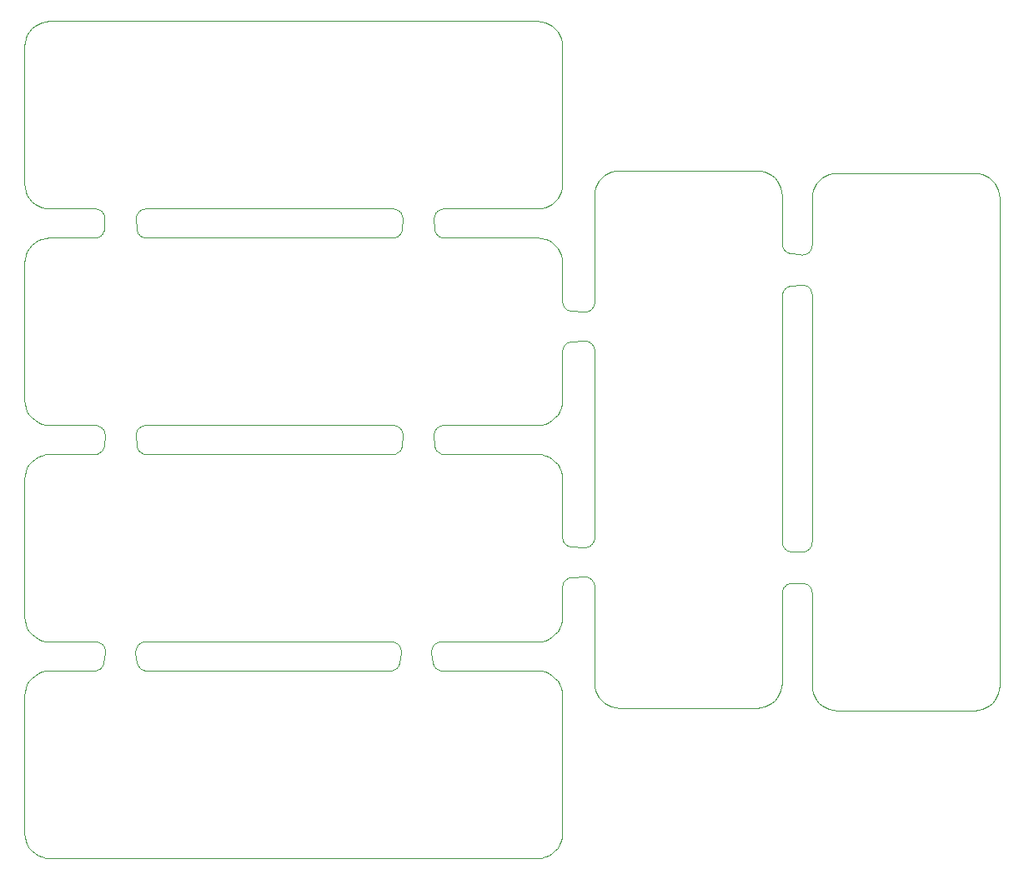
<source format=gko>
%MOIN*%
%OFA0B0*%
%FSLAX44Y44*%
%IPPOS*%
%LPD*%
%ADD10C,0*%
D10*
X00004853Y00025984D02*
X00004853Y00025984D01*
X00014720Y00025984D01*
X00014752Y00025982D01*
X00014783Y00025979D01*
X00014814Y00025972D01*
X00014844Y00025964D01*
X00014874Y00025953D01*
X00014902Y00025939D01*
X00014930Y00025923D01*
X00014956Y00025906D01*
X00014980Y00025886D01*
X00015003Y00025864D01*
X00015024Y00025840D01*
X00015043Y00025815D01*
X00015060Y00025789D01*
X00015075Y00025761D01*
X00015088Y00025732D01*
X00015098Y00025702D01*
X00015106Y00025672D01*
X00015111Y00025640D01*
X00015114Y00025609D01*
X00015114Y00025578D01*
X00015102Y00025204D01*
X00015100Y00025173D01*
X00015095Y00025143D01*
X00015089Y00025114D01*
X00015080Y00025085D01*
X00015069Y00025057D01*
X00015055Y00025030D01*
X00015040Y00025003D01*
X00015023Y00024979D01*
X00015003Y00024955D01*
X00014982Y00024933D01*
X00014960Y00024913D01*
X00014936Y00024895D01*
X00014910Y00024878D01*
X00014884Y00024864D01*
X00014856Y00024851D01*
X00014828Y00024841D01*
X00014799Y00024833D01*
X00014769Y00024827D01*
X00014739Y00024823D01*
X00014709Y00024822D01*
X00004871Y00024822D01*
X00004841Y00024823D01*
X00004811Y00024827D01*
X00004782Y00024833D01*
X00004753Y00024840D01*
X00004725Y00024851D01*
X00004697Y00024863D01*
X00004671Y00024877D01*
X00004646Y00024893D01*
X00004622Y00024911D01*
X00004599Y00024931D01*
X00004579Y00024953D01*
X00004559Y00024976D01*
X00004542Y00025000D01*
X00004526Y00025026D01*
X00004513Y00025053D01*
X00004502Y00025080D01*
X00004492Y00025109D01*
X00004485Y00025138D01*
X00004480Y00025168D01*
X00004478Y00025197D01*
X00004460Y00025571D01*
X00004460Y00025603D01*
X00004462Y00025635D01*
X00004467Y00025667D01*
X00004475Y00025697D01*
X00004485Y00025728D01*
X00004497Y00025757D01*
X00004512Y00025785D01*
X00004529Y00025812D01*
X00004548Y00025838D01*
X00004569Y00025862D01*
X00004591Y00025884D01*
X00004616Y00025904D01*
X00004642Y00025922D01*
X00004670Y00025938D01*
X00004699Y00025952D01*
X00004728Y00025963D01*
X00004759Y00025972D01*
X00004790Y00025979D01*
X00004822Y00025982D01*
X00004853Y00025984D01*
X00022783Y00020303D02*
X00022783Y00020303D01*
X00022783Y00012831D01*
X00022782Y00012799D01*
X00022778Y00012768D01*
X00022772Y00012737D01*
X00022763Y00012706D01*
X00022751Y00012677D01*
X00022738Y00012648D01*
X00022722Y00012621D01*
X00022704Y00012594D01*
X00022684Y00012570D01*
X00022662Y00012547D01*
X00022638Y00012526D01*
X00022613Y00012507D01*
X00022586Y00012490D01*
X00022558Y00012475D01*
X00022529Y00012463D01*
X00022499Y00012453D01*
X00022468Y00012445D01*
X00022436Y00012440D01*
X00022405Y00012438D01*
X00022373Y00012438D01*
X00021877Y00012458D01*
X00021847Y00012460D01*
X00021817Y00012465D01*
X00021788Y00012472D01*
X00021759Y00012481D01*
X00021731Y00012493D01*
X00021704Y00012506D01*
X00021679Y00012521D01*
X00021654Y00012539D01*
X00021631Y00012558D01*
X00021609Y00012579D01*
X00021589Y00012601D01*
X00021571Y00012625D01*
X00021555Y00012651D01*
X00021540Y00012677D01*
X00021528Y00012705D01*
X00021518Y00012733D01*
X00021510Y00012762D01*
X00021504Y00012791D01*
X00021501Y00012821D01*
X00021499Y00012851D01*
X00021499Y00015161D01*
X00021487Y00015317D01*
X00021451Y00015470D01*
X00021391Y00015615D01*
X00021309Y00015749D01*
X00021207Y00015868D01*
X00021087Y00015970D01*
X00020953Y00016052D01*
X00020809Y00016112D01*
X00020656Y00016149D01*
X00020499Y00016161D01*
X00020499Y00016161D01*
X00016783Y00016161D01*
X00016754Y00016162D01*
X00016724Y00016165D01*
X00016695Y00016171D01*
X00016666Y00016179D01*
X00016638Y00016188D01*
X00016611Y00016200D01*
X00016585Y00016214D01*
X00016560Y00016230D01*
X00016536Y00016248D01*
X00016514Y00016267D01*
X00016493Y00016288D01*
X00016474Y00016311D01*
X00016456Y00016335D01*
X00016441Y00016360D01*
X00016427Y00016386D01*
X00016416Y00016414D01*
X00016406Y00016442D01*
X00016399Y00016470D01*
X00016393Y00016500D01*
X00016390Y00016529D01*
X00016366Y00016903D01*
X00016365Y00016935D01*
X00016367Y00016967D01*
X00016372Y00016999D01*
X00016379Y00017031D01*
X00016388Y00017061D01*
X00016400Y00017091D01*
X00016415Y00017120D01*
X00016432Y00017147D01*
X00016451Y00017173D01*
X00016472Y00017198D01*
X00016495Y00017220D01*
X00016519Y00017241D01*
X00016546Y00017260D01*
X00016573Y00017276D01*
X00016602Y00017290D01*
X00016632Y00017301D01*
X00016663Y00017311D01*
X00016695Y00017317D01*
X00016727Y00017321D01*
X00016759Y00017322D01*
X00020499Y00017322D01*
X00020656Y00017335D01*
X00020809Y00017371D01*
X00020953Y00017431D01*
X00021087Y00017513D01*
X00021207Y00017615D01*
X00021309Y00017735D01*
X00021391Y00017868D01*
X00021451Y00018013D01*
X00021487Y00018166D01*
X00021499Y00018322D01*
X00021499Y00020271D01*
X00021501Y00020301D01*
X00021504Y00020330D01*
X00021510Y00020359D01*
X00021517Y00020388D01*
X00021527Y00020416D01*
X00021539Y00020443D01*
X00021553Y00020469D01*
X00021569Y00020494D01*
X00021587Y00020518D01*
X00021606Y00020540D01*
X00021627Y00020561D01*
X00021650Y00020580D01*
X00021674Y00020598D01*
X00021699Y00020613D01*
X00021725Y00020627D01*
X00021752Y00020639D01*
X00021781Y00020648D01*
X00021809Y00020656D01*
X00021838Y00020661D01*
X00021868Y00020664D01*
X00022364Y00020696D01*
X00022396Y00020696D01*
X00022428Y00020695D01*
X00022460Y00020690D01*
X00022492Y00020683D01*
X00022522Y00020673D01*
X00022552Y00020661D01*
X00022581Y00020647D01*
X00022608Y00020630D01*
X00022634Y00020611D01*
X00022659Y00020590D01*
X00022681Y00020567D01*
X00022702Y00020542D01*
X00022720Y00020516D01*
X00022737Y00020488D01*
X00022751Y00020459D01*
X00022762Y00020429D01*
X00022771Y00020398D01*
X00022778Y00020367D01*
X00022782Y00020335D01*
X00022783Y00020303D01*
X00030283Y00022500D02*
X00030283Y00022500D01*
X00030284Y00022529D01*
X00030287Y00022557D01*
X00030292Y00022585D01*
X00030299Y00022613D01*
X00030309Y00022640D01*
X00030320Y00022666D01*
X00030333Y00022692D01*
X00030348Y00022716D01*
X00030364Y00022740D01*
X00030382Y00022762D01*
X00030402Y00022782D01*
X00030423Y00022802D01*
X00030446Y00022819D01*
X00030470Y00022835D01*
X00030495Y00022849D01*
X00030520Y00022861D01*
X00030547Y00022872D01*
X00030574Y00022880D01*
X00030602Y00022887D01*
X00030631Y00022891D01*
X00031036Y00022939D01*
X00031069Y00022941D01*
X00031102Y00022941D01*
X00031136Y00022938D01*
X00031168Y00022932D01*
X00031200Y00022923D01*
X00031232Y00022912D01*
X00031262Y00022898D01*
X00031291Y00022882D01*
X00031318Y00022863D01*
X00031344Y00022842D01*
X00031368Y00022819D01*
X00031389Y00022794D01*
X00031409Y00022767D01*
X00031426Y00022739D01*
X00031441Y00022709D01*
X00031454Y00022678D01*
X00031463Y00022647D01*
X00031470Y00022614D01*
X00031474Y00022581D01*
X00031476Y00022548D01*
X00031476Y00012652D01*
X00031475Y00012621D01*
X00031471Y00012590D01*
X00031465Y00012560D01*
X00031457Y00012530D01*
X00031446Y00012501D01*
X00031433Y00012473D01*
X00031418Y00012446D01*
X00031400Y00012420D01*
X00031381Y00012396D01*
X00031360Y00012373D01*
X00031337Y00012352D01*
X00031313Y00012333D01*
X00031287Y00012316D01*
X00031260Y00012301D01*
X00031232Y00012288D01*
X00031203Y00012277D01*
X00031173Y00012269D01*
X00031142Y00012263D01*
X00031112Y00012259D01*
X00031081Y00012258D01*
X00030675Y00012260D01*
X00030644Y00012261D01*
X00030614Y00012265D01*
X00030583Y00012271D01*
X00030554Y00012280D01*
X00030525Y00012290D01*
X00030497Y00012303D01*
X00030470Y00012319D01*
X00030444Y00012336D01*
X00030420Y00012355D01*
X00030398Y00012376D01*
X00030377Y00012399D01*
X00030358Y00012423D01*
X00030341Y00012449D01*
X00030326Y00012475D01*
X00030313Y00012503D01*
X00030302Y00012532D01*
X00030294Y00012562D01*
X00030288Y00012592D01*
X00030284Y00012623D01*
X00030283Y00012654D01*
X00030283Y00022500D01*
X00004891Y00007499D02*
X00004891Y00007499D01*
X00004863Y00007500D01*
X00004835Y00007503D01*
X00004808Y00007508D01*
X00004781Y00007515D01*
X00004755Y00007524D01*
X00004729Y00007534D01*
X00004704Y00007547D01*
X00004680Y00007561D01*
X00004657Y00007576D01*
X00004635Y00007594D01*
X00004615Y00007612D01*
X00004596Y00007633D01*
X00004578Y00007654D01*
X00004562Y00007677D01*
X00004547Y00007700D01*
X00004535Y00007725D01*
X00004524Y00007751D01*
X00004515Y00007777D01*
X00004507Y00007804D01*
X00004502Y00007831D01*
X00004442Y00008205D01*
X00004438Y00008239D01*
X00004437Y00008273D01*
X00004439Y00008307D01*
X00004444Y00008340D01*
X00004452Y00008374D01*
X00004462Y00008406D01*
X00004476Y00008437D01*
X00004492Y00008467D01*
X00004510Y00008496D01*
X00004531Y00008523D01*
X00004554Y00008548D01*
X00004580Y00008570D01*
X00004607Y00008591D01*
X00004636Y00008609D01*
X00004666Y00008625D01*
X00004697Y00008638D01*
X00004730Y00008648D01*
X00004763Y00008655D01*
X00004797Y00008659D01*
X00004831Y00008661D01*
X00014662Y00008661D01*
X00014696Y00008659D01*
X00014730Y00008655D01*
X00014763Y00008648D01*
X00014796Y00008638D01*
X00014827Y00008625D01*
X00014858Y00008609D01*
X00014886Y00008591D01*
X00014913Y00008570D01*
X00014939Y00008548D01*
X00014962Y00008523D01*
X00014983Y00008496D01*
X00015001Y00008467D01*
X00015017Y00008437D01*
X00015031Y00008406D01*
X00015041Y00008374D01*
X00015049Y00008340D01*
X00015054Y00008307D01*
X00015056Y00008273D01*
X00015055Y00008239D01*
X00015051Y00008205D01*
X00014991Y00007831D01*
X00014986Y00007804D01*
X00014978Y00007777D01*
X00014969Y00007751D01*
X00014958Y00007725D01*
X00014946Y00007700D01*
X00014931Y00007677D01*
X00014915Y00007654D01*
X00014897Y00007633D01*
X00014878Y00007612D01*
X00014858Y00007594D01*
X00014836Y00007576D01*
X00014813Y00007561D01*
X00014789Y00007547D01*
X00014764Y00007534D01*
X00014738Y00007524D01*
X00014712Y00007515D01*
X00014685Y00007508D01*
X00014658Y00007503D01*
X00014630Y00007500D01*
X00014602Y00007499D01*
X00004891Y00007499D01*
X00004874Y00016161D02*
X00004874Y00016161D01*
X00004845Y00016162D01*
X00004815Y00016165D01*
X00004786Y00016171D01*
X00004758Y00016179D01*
X00004730Y00016188D01*
X00004702Y00016200D01*
X00004676Y00016214D01*
X00004651Y00016230D01*
X00004627Y00016248D01*
X00004605Y00016267D01*
X00004584Y00016288D01*
X00004565Y00016311D01*
X00004548Y00016335D01*
X00004532Y00016360D01*
X00004518Y00016386D01*
X00004507Y00016414D01*
X00004497Y00016442D01*
X00004490Y00016470D01*
X00004484Y00016500D01*
X00004481Y00016529D01*
X00004457Y00016903D01*
X00004456Y00016935D01*
X00004458Y00016967D01*
X00004463Y00016999D01*
X00004470Y00017031D01*
X00004479Y00017061D01*
X00004492Y00017091D01*
X00004506Y00017120D01*
X00004523Y00017147D01*
X00004542Y00017173D01*
X00004563Y00017198D01*
X00004586Y00017220D01*
X00004610Y00017241D01*
X00004637Y00017260D01*
X00004665Y00017276D01*
X00004694Y00017290D01*
X00004724Y00017301D01*
X00004754Y00017311D01*
X00004786Y00017317D01*
X00004818Y00017321D01*
X00004850Y00017322D01*
X00014727Y00017322D01*
X00014759Y00017321D01*
X00014791Y00017317D01*
X00014822Y00017311D01*
X00014853Y00017301D01*
X00014883Y00017290D01*
X00014912Y00017276D01*
X00014940Y00017260D01*
X00014966Y00017241D01*
X00014991Y00017220D01*
X00015014Y00017198D01*
X00015035Y00017173D01*
X00015054Y00017147D01*
X00015071Y00017120D01*
X00015085Y00017091D01*
X00015097Y00017061D01*
X00015107Y00017031D01*
X00015114Y00016999D01*
X00015119Y00016967D01*
X00015120Y00016935D01*
X00015120Y00016903D01*
X00015095Y00016529D01*
X00015092Y00016500D01*
X00015087Y00016470D01*
X00015080Y00016442D01*
X00015070Y00016414D01*
X00015059Y00016386D01*
X00015045Y00016360D01*
X00015029Y00016335D01*
X00015012Y00016311D01*
X00014993Y00016288D01*
X00014972Y00016267D01*
X00014949Y00016248D01*
X00014926Y00016230D01*
X00014901Y00016214D01*
X00014874Y00016200D01*
X00014847Y00016188D01*
X00014819Y00016179D01*
X00014791Y00016171D01*
X00014762Y00016165D01*
X00014732Y00016162D01*
X00014703Y00016161D01*
X00004874Y00016161D01*
X00002815Y00025984D02*
X00002815Y00025984D01*
X00002846Y00025982D01*
X00002878Y00025979D01*
X00002909Y00025972D01*
X00002940Y00025963D01*
X00002969Y00025952D01*
X00002998Y00025938D01*
X00003026Y00025922D01*
X00003052Y00025904D01*
X00003077Y00025884D01*
X00003099Y00025862D01*
X00003120Y00025838D01*
X00003139Y00025812D01*
X00003156Y00025785D01*
X00003171Y00025757D01*
X00003183Y00025728D01*
X00003193Y00025697D01*
X00003201Y00025667D01*
X00003206Y00025635D01*
X00003208Y00025603D01*
X00003208Y00025571D01*
X00003190Y00025197D01*
X00003188Y00025168D01*
X00003183Y00025138D01*
X00003176Y00025109D01*
X00003166Y00025080D01*
X00003155Y00025053D01*
X00003142Y00025026D01*
X00003126Y00025000D01*
X00003109Y00024976D01*
X00003089Y00024953D01*
X00003069Y00024931D01*
X00003046Y00024911D01*
X00003022Y00024893D01*
X00002997Y00024877D01*
X00002971Y00024863D01*
X00002943Y00024851D01*
X00002915Y00024840D01*
X00002886Y00024833D01*
X00002857Y00024827D01*
X00002827Y00024823D01*
X00002797Y00024822D01*
X00000999Y00024822D01*
X00000843Y00024810D01*
X00000690Y00024773D01*
X00000546Y00024713D01*
X00000412Y00024631D01*
X00000292Y00024529D01*
X00000190Y00024410D01*
X00000108Y00024276D01*
X00000048Y00024131D01*
X00000012Y00023979D01*
X00000000Y00023822D01*
X00000000Y00018322D01*
X00000012Y00018166D01*
X00000048Y00018013D01*
X00000108Y00017868D01*
X00000190Y00017735D01*
X00000292Y00017615D01*
X00000412Y00017513D01*
X00000546Y00017431D01*
X00000690Y00017371D01*
X00000843Y00017335D01*
X00000999Y00017322D01*
X00002818Y00017322D01*
X00002850Y00017321D01*
X00002882Y00017317D01*
X00002914Y00017311D01*
X00002944Y00017301D01*
X00002974Y00017290D01*
X00003003Y00017276D01*
X00003031Y00017260D01*
X00003058Y00017241D01*
X00003082Y00017220D01*
X00003105Y00017198D01*
X00003126Y00017173D01*
X00003145Y00017147D01*
X00003162Y00017120D01*
X00003176Y00017091D01*
X00003189Y00017061D01*
X00003198Y00017031D01*
X00003205Y00016999D01*
X00003210Y00016967D01*
X00003212Y00016935D01*
X00003211Y00016903D01*
X00003187Y00016529D01*
X00003184Y00016500D01*
X00003178Y00016470D01*
X00003171Y00016442D01*
X00003161Y00016414D01*
X00003150Y00016386D01*
X00003136Y00016360D01*
X00003120Y00016335D01*
X00003103Y00016311D01*
X00003084Y00016288D01*
X00003063Y00016267D01*
X00003041Y00016248D01*
X00003017Y00016230D01*
X00002992Y00016214D01*
X00002966Y00016200D01*
X00002938Y00016188D01*
X00002910Y00016179D01*
X00002882Y00016171D01*
X00002853Y00016165D01*
X00002823Y00016162D01*
X00002794Y00016161D01*
X00000999Y00016161D01*
X00000843Y00016149D01*
X00000690Y00016112D01*
X00000546Y00016052D01*
X00000412Y00015970D01*
X00000292Y00015868D01*
X00000190Y00015749D01*
X00000108Y00015615D01*
X00000048Y00015470D01*
X00000012Y00015317D01*
X00000000Y00015161D01*
X00000000Y00009661D01*
X00000012Y00009504D01*
X00000048Y00009352D01*
X00000108Y00009207D01*
X00000190Y00009073D01*
X00000292Y00008954D01*
X00000412Y00008852D01*
X00000546Y00008770D01*
X00000690Y00008710D01*
X00000843Y00008673D01*
X00000999Y00008661D01*
X00002837Y00008661D01*
X00002871Y00008659D01*
X00002905Y00008655D01*
X00002938Y00008648D01*
X00002971Y00008638D01*
X00003002Y00008625D01*
X00003033Y00008609D01*
X00003061Y00008591D01*
X00003088Y00008570D01*
X00003114Y00008548D01*
X00003137Y00008523D01*
X00003158Y00008496D01*
X00003176Y00008467D01*
X00003192Y00008437D01*
X00003206Y00008406D01*
X00003216Y00008374D01*
X00003224Y00008340D01*
X00003229Y00008307D01*
X00003231Y00008273D01*
X00003230Y00008239D01*
X00003226Y00008205D01*
X00003166Y00007831D01*
X00003161Y00007804D01*
X00003153Y00007777D01*
X00003144Y00007751D01*
X00003133Y00007725D01*
X00003121Y00007700D01*
X00003106Y00007677D01*
X00003090Y00007654D01*
X00003072Y00007633D01*
X00003053Y00007612D01*
X00003033Y00007594D01*
X00003011Y00007576D01*
X00002988Y00007561D01*
X00002964Y00007547D01*
X00002939Y00007534D01*
X00002913Y00007524D01*
X00002887Y00007515D01*
X00002860Y00007508D01*
X00002833Y00007503D01*
X00002805Y00007500D01*
X00002777Y00007499D01*
X00000999Y00007499D01*
X00000843Y00007487D01*
X00000690Y00007451D01*
X00000546Y00007391D01*
X00000412Y00007309D01*
X00000292Y00007207D01*
X00000190Y00007087D01*
X00000108Y00006953D01*
X00000048Y00006809D01*
X00000012Y00006656D01*
X00000000Y00006499D01*
X00000000Y00000999D01*
X00000012Y00000843D01*
X00000048Y00000690D01*
X00000108Y00000546D01*
X00000190Y00000412D01*
X00000292Y00000292D01*
X00000412Y00000190D01*
X00000546Y00000108D01*
X00000690Y00000048D01*
X00000843Y00000012D01*
X00000999Y00000000D01*
X00020499Y00000000D01*
X00020656Y00000012D01*
X00020809Y00000048D01*
X00020953Y00000108D01*
X00021087Y00000190D01*
X00021207Y00000292D01*
X00021309Y00000412D01*
X00021391Y00000546D01*
X00021451Y00000690D01*
X00021487Y00000843D01*
X00021499Y00000999D01*
X00021499Y00006499D01*
X00021487Y00006656D01*
X00021451Y00006809D01*
X00021391Y00006953D01*
X00021309Y00007087D01*
X00021207Y00007207D01*
X00021087Y00007309D01*
X00020953Y00007391D01*
X00020809Y00007451D01*
X00020656Y00007487D01*
X00020499Y00007500D01*
X00020499Y00007499D01*
X00016716Y00007499D01*
X00016688Y00007500D01*
X00016660Y00007503D01*
X00016633Y00007508D01*
X00016606Y00007515D01*
X00016580Y00007524D01*
X00016554Y00007534D01*
X00016529Y00007547D01*
X00016505Y00007561D01*
X00016482Y00007576D01*
X00016460Y00007594D01*
X00016440Y00007612D01*
X00016421Y00007633D01*
X00016403Y00007654D01*
X00016387Y00007677D01*
X00016372Y00007700D01*
X00016360Y00007725D01*
X00016349Y00007751D01*
X00016340Y00007777D01*
X00016332Y00007804D01*
X00016327Y00007831D01*
X00016267Y00008205D01*
X00016263Y00008239D01*
X00016262Y00008273D01*
X00016264Y00008307D01*
X00016269Y00008340D01*
X00016277Y00008374D01*
X00016287Y00008406D01*
X00016301Y00008437D01*
X00016317Y00008467D01*
X00016335Y00008496D01*
X00016356Y00008523D01*
X00016379Y00008548D01*
X00016405Y00008570D01*
X00016432Y00008591D01*
X00016461Y00008609D01*
X00016491Y00008625D01*
X00016522Y00008638D01*
X00016555Y00008648D01*
X00016588Y00008655D01*
X00016622Y00008659D01*
X00016656Y00008661D01*
X00020499Y00008661D01*
X00020656Y00008673D01*
X00020809Y00008710D01*
X00020953Y00008770D01*
X00021087Y00008852D01*
X00021207Y00008954D01*
X00021309Y00009073D01*
X00021391Y00009207D01*
X00021451Y00009352D01*
X00021487Y00009504D01*
X00021499Y00009661D01*
X00021499Y00010848D01*
X00021501Y00010878D01*
X00021504Y00010908D01*
X00021510Y00010938D01*
X00021518Y00010967D01*
X00021528Y00010995D01*
X00021540Y00011023D01*
X00021555Y00011049D01*
X00021571Y00011074D01*
X00021589Y00011098D01*
X00021609Y00011121D01*
X00021631Y00011142D01*
X00021654Y00011161D01*
X00021679Y00011178D01*
X00021704Y00011194D01*
X00021731Y00011207D01*
X00021759Y00011219D01*
X00021788Y00011228D01*
X00021817Y00011235D01*
X00021847Y00011239D01*
X00021877Y00011242D01*
X00022373Y00011262D01*
X00022405Y00011262D01*
X00022436Y00011260D01*
X00022468Y00011255D01*
X00022499Y00011247D01*
X00022529Y00011237D01*
X00022558Y00011224D01*
X00022586Y00011210D01*
X00022613Y00011193D01*
X00022638Y00011174D01*
X00022662Y00011153D01*
X00022684Y00011130D01*
X00022704Y00011105D01*
X00022722Y00011079D01*
X00022738Y00011052D01*
X00022751Y00011023D01*
X00022763Y00010993D01*
X00022772Y00010963D01*
X00022778Y00010932D01*
X00022782Y00010900D01*
X00022783Y00010869D01*
X00022783Y00007011D01*
X00022795Y00006855D01*
X00022832Y00006702D01*
X00022892Y00006557D01*
X00022974Y00006424D01*
X00023076Y00006304D01*
X00023195Y00006202D01*
X00023329Y00006120D01*
X00023474Y00006060D01*
X00023627Y00006024D01*
X00023783Y00006011D01*
X00029283Y00006011D01*
X00029439Y00006024D01*
X00029592Y00006060D01*
X00029737Y00006120D01*
X00029871Y00006202D01*
X00029990Y00006304D01*
X00030092Y00006424D01*
X00030174Y00006557D01*
X00030234Y00006702D01*
X00030271Y00006855D01*
X00030283Y00007011D01*
X00030283Y00010613D01*
X00030284Y00010644D01*
X00030288Y00010675D01*
X00030294Y00010705D01*
X00030302Y00010735D01*
X00030313Y00010763D01*
X00030326Y00010792D01*
X00030341Y00010818D01*
X00030358Y00010844D01*
X00030377Y00010868D01*
X00030398Y00010891D01*
X00030420Y00010912D01*
X00030444Y00010931D01*
X00030470Y00010948D01*
X00030497Y00010963D01*
X00030525Y00010976D01*
X00030554Y00010987D01*
X00030583Y00010996D01*
X00030614Y00011002D01*
X00030644Y00011006D01*
X00030675Y00011007D01*
X00031081Y00011009D01*
X00031112Y00011007D01*
X00031142Y00011004D01*
X00031173Y00010998D01*
X00031203Y00010990D01*
X00031232Y00010979D01*
X00031260Y00010966D01*
X00031287Y00010951D01*
X00031313Y00010934D01*
X00031337Y00010915D01*
X00031360Y00010894D01*
X00031381Y00010871D01*
X00031400Y00010847D01*
X00031418Y00010821D01*
X00031433Y00010794D01*
X00031446Y00010766D01*
X00031457Y00010737D01*
X00031465Y00010707D01*
X00031471Y00010677D01*
X00031475Y00010646D01*
X00031476Y00010615D01*
X00031476Y00006905D01*
X00031488Y00006749D01*
X00031525Y00006596D01*
X00031585Y00006451D01*
X00031667Y00006317D01*
X00031769Y00006198D01*
X00031888Y00006096D01*
X00032022Y00006014D01*
X00032167Y00005954D01*
X00032319Y00005917D01*
X00032476Y00005905D01*
X00037976Y00005905D01*
X00038132Y00005917D01*
X00038285Y00005954D01*
X00038430Y00006014D01*
X00038564Y00006096D01*
X00038683Y00006198D01*
X00038785Y00006317D01*
X00038867Y00006451D01*
X00038927Y00006596D01*
X00038964Y00006749D01*
X00038976Y00006905D01*
X00038976Y00026405D01*
X00038964Y00026561D01*
X00038927Y00026714D01*
X00038867Y00026859D01*
X00038785Y00026993D01*
X00038683Y00027112D01*
X00038564Y00027214D01*
X00038430Y00027296D01*
X00038285Y00027356D01*
X00038132Y00027393D01*
X00037976Y00027405D01*
X00032476Y00027405D01*
X00032319Y00027393D01*
X00032167Y00027356D01*
X00032022Y00027296D01*
X00031888Y00027214D01*
X00031769Y00027112D01*
X00031667Y00026993D01*
X00031585Y00026859D01*
X00031525Y00026714D01*
X00031488Y00026561D01*
X00031476Y00026405D01*
X00031476Y00026405D01*
X00031476Y00024537D01*
X00031474Y00024504D01*
X00031470Y00024471D01*
X00031463Y00024438D01*
X00031454Y00024406D01*
X00031441Y00024376D01*
X00031426Y00024346D01*
X00031409Y00024317D01*
X00031389Y00024291D01*
X00031368Y00024266D01*
X00031344Y00024243D01*
X00031318Y00024222D01*
X00031291Y00024203D01*
X00031262Y00024186D01*
X00031232Y00024173D01*
X00031200Y00024161D01*
X00031168Y00024153D01*
X00031136Y00024147D01*
X00031102Y00024144D01*
X00031069Y00024143D01*
X00031036Y00024146D01*
X00030631Y00024194D01*
X00030602Y00024198D01*
X00030574Y00024204D01*
X00030547Y00024213D01*
X00030520Y00024223D01*
X00030495Y00024235D01*
X00030470Y00024250D01*
X00030446Y00024266D01*
X00030423Y00024283D01*
X00030402Y00024302D01*
X00030382Y00024323D01*
X00030364Y00024345D01*
X00030348Y00024368D01*
X00030333Y00024393D01*
X00030320Y00024418D01*
X00030309Y00024445D01*
X00030299Y00024472D01*
X00030292Y00024499D01*
X00030287Y00024528D01*
X00030284Y00024556D01*
X00030283Y00024585D01*
X00030283Y00026511D01*
X00030271Y00026668D01*
X00030234Y00026820D01*
X00030174Y00026965D01*
X00030092Y00027099D01*
X00029990Y00027218D01*
X00029871Y00027320D01*
X00029737Y00027402D01*
X00029592Y00027462D01*
X00029439Y00027499D01*
X00029283Y00027511D01*
X00023783Y00027511D01*
X00023627Y00027499D01*
X00023474Y00027462D01*
X00023329Y00027402D01*
X00023195Y00027320D01*
X00023076Y00027218D01*
X00022974Y00027099D01*
X00022892Y00026965D01*
X00022832Y00026820D01*
X00022795Y00026668D01*
X00022783Y00026511D01*
X00022783Y00026511D01*
X00022783Y00022253D01*
X00022782Y00022221D01*
X00022778Y00022189D01*
X00022771Y00022158D01*
X00022762Y00022127D01*
X00022751Y00022097D01*
X00022737Y00022068D01*
X00022720Y00022040D01*
X00022702Y00022014D01*
X00022681Y00021989D01*
X00022659Y00021966D01*
X00022634Y00021945D01*
X00022608Y00021926D01*
X00022581Y00021909D01*
X00022552Y00021895D01*
X00022522Y00021883D01*
X00022492Y00021873D01*
X00022460Y00021866D01*
X00022428Y00021861D01*
X00022396Y00021860D01*
X00022364Y00021860D01*
X00021868Y00021892D01*
X00021838Y00021895D01*
X00021809Y00021900D01*
X00021781Y00021908D01*
X00021752Y00021917D01*
X00021725Y00021929D01*
X00021699Y00021943D01*
X00021674Y00021958D01*
X00021650Y00021976D01*
X00021627Y00021995D01*
X00021606Y00022016D01*
X00021587Y00022038D01*
X00021569Y00022062D01*
X00021553Y00022087D01*
X00021539Y00022113D01*
X00021527Y00022140D01*
X00021517Y00022168D01*
X00021510Y00022197D01*
X00021504Y00022226D01*
X00021501Y00022255D01*
X00021499Y00022285D01*
X00021499Y00023822D01*
X00021487Y00023979D01*
X00021451Y00024131D01*
X00021391Y00024276D01*
X00021309Y00024410D01*
X00021207Y00024529D01*
X00021087Y00024631D01*
X00020953Y00024713D01*
X00020809Y00024773D01*
X00020656Y00024810D01*
X00020499Y00024822D01*
X00020499Y00024822D01*
X00016777Y00024822D01*
X00016747Y00024823D01*
X00016717Y00024827D01*
X00016687Y00024833D01*
X00016658Y00024841D01*
X00016629Y00024851D01*
X00016602Y00024864D01*
X00016575Y00024878D01*
X00016550Y00024895D01*
X00016526Y00024913D01*
X00016503Y00024933D01*
X00016482Y00024955D01*
X00016463Y00024979D01*
X00016446Y00025003D01*
X00016431Y00025030D01*
X00016417Y00025057D01*
X00016406Y00025085D01*
X00016397Y00025114D01*
X00016390Y00025143D01*
X00016386Y00025173D01*
X00016384Y00025204D01*
X00016372Y00025578D01*
X00016372Y00025609D01*
X00016375Y00025640D01*
X00016380Y00025672D01*
X00016388Y00025702D01*
X00016398Y00025732D01*
X00016411Y00025761D01*
X00016425Y00025789D01*
X00016442Y00025815D01*
X00016462Y00025840D01*
X00016483Y00025864D01*
X00016505Y00025886D01*
X00016530Y00025906D01*
X00016556Y00025923D01*
X00016583Y00025939D01*
X00016612Y00025953D01*
X00016641Y00025964D01*
X00016672Y00025972D01*
X00016703Y00025979D01*
X00016734Y00025982D01*
X00016765Y00025984D01*
X00020499Y00025984D01*
X00020656Y00025996D01*
X00020809Y00026033D01*
X00020953Y00026093D01*
X00021087Y00026175D01*
X00021207Y00026277D01*
X00021309Y00026396D01*
X00021391Y00026530D01*
X00021451Y00026675D01*
X00021487Y00026827D01*
X00021499Y00026984D01*
X00021499Y00032484D01*
X00021487Y00032640D01*
X00021451Y00032793D01*
X00021391Y00032938D01*
X00021309Y00033072D01*
X00021207Y00033191D01*
X00021087Y00033293D01*
X00020953Y00033375D01*
X00020809Y00033435D01*
X00020656Y00033471D01*
X00020499Y00033484D01*
X00020499Y00033484D01*
X00000999Y00033484D01*
X00000843Y00033471D01*
X00000690Y00033435D01*
X00000546Y00033375D01*
X00000412Y00033293D01*
X00000292Y00033191D01*
X00000190Y00033072D01*
X00000108Y00032938D01*
X00000048Y00032793D01*
X00000012Y00032640D01*
X00000000Y00032484D01*
X00000000Y00026984D01*
X00000012Y00026827D01*
X00000048Y00026675D01*
X00000108Y00026530D01*
X00000190Y00026396D01*
X00000292Y00026277D01*
X00000412Y00026175D01*
X00000546Y00026093D01*
X00000690Y00026033D01*
X00000843Y00025996D01*
X00000999Y00025984D01*
X00002815Y00025984D01*
M02*
</source>
